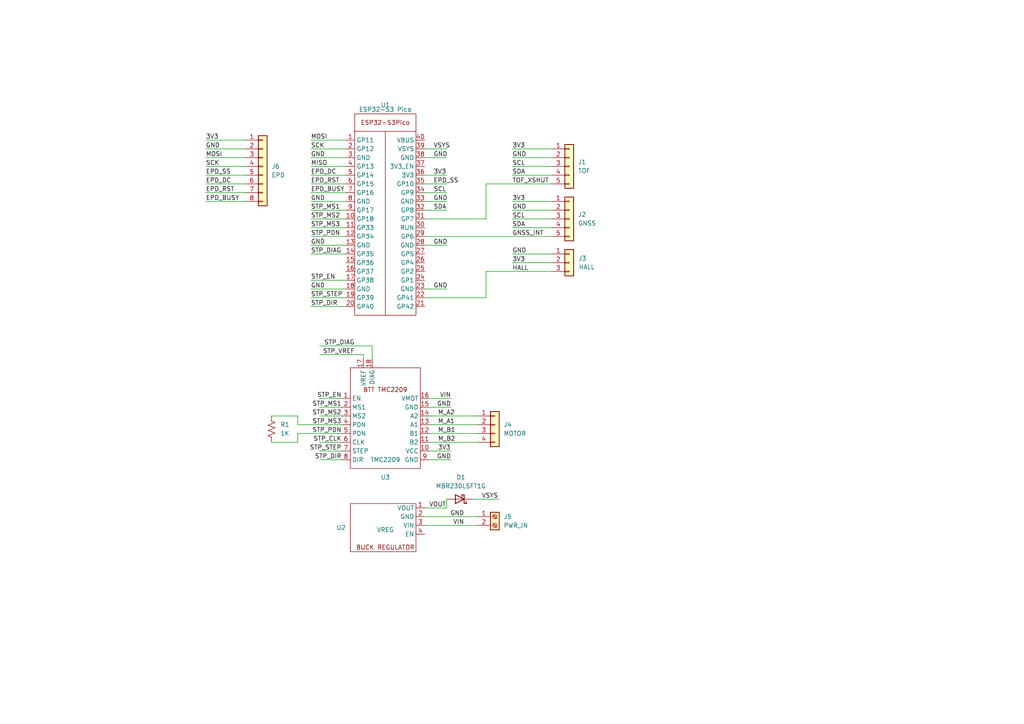
<source format=kicad_sch>
(kicad_sch (version 20230121) (generator eeschema)
  (paper "A4")
  (lib_symbols
    (symbol "Ackbar:BTT_TMC2209"
      (property "Reference" "U" (at 0 0 0))
      (symbol "BTT_TMC2209_0_1"
        (rectangle (start -10.16 2.54) (end 10.16 -26.67))
      )
      (symbol "BTT_TMC2209_1_1"
        (text "BTT TMC2209\n" (at 0 -3.81 0) (effects (font (size 1.27 1.27))))
        (pin input line (at -12.7 -6.35 0) (length 2.54) (name "EN") (number "1"))
        (pin power_in line (at 12.7 -21.59 180) (length 2.54) (name "VCC") (number "10"))
        (pin power_out line (at 12.7 -19.05 180) (length 2.54) (name "B2") (number "11"))
        (pin power_out line (at 12.7 -16.51 180) (length 2.54) (name "B1") (number "12"))
        (pin power_out line (at 12.7 -13.97 180) (length 2.54) (name "A1") (number "13"))
        (pin power_out line (at 12.7 -11.43 180) (length 2.54) (name "A2") (number "14"))
        (pin power_in line (at 12.7 -8.89 180) (length 2.54) (name "GND") (number "15"))
        (pin power_in line (at 12.7 -6.35 180) (length 2.54) (name "VMOT") (number "16"))
        (pin output line (at -6.35 5.08 270) (length 2.54) (name "VREF") (number "17"))
        (pin output line (at -3.81 5.08 270) (length 2.54) (name "DIAG") (number "18"))
        (pin input line (at -12.7 -8.89 0) (length 2.54) (name "MS1") (number "2"))
        (pin input line (at -12.7 -11.43 0) (length 2.54) (name "MS2") (number "3"))
        (pin input line (at -12.7 -13.97 0) (length 2.54) (name "PDN") (number "4"))
        (pin input line (at -12.7 -16.51 0) (length 2.54) (name "PDN") (number "5"))
        (pin input line (at -12.7 -19.05 0) (length 2.54) (name "CLK") (number "6"))
        (pin input line (at -12.7 -21.59 0) (length 2.54) (name "STEP") (number "7"))
        (pin input line (at -12.7 -24.13 0) (length 2.54) (name "DIR") (number "8"))
        (pin power_in line (at 12.7 -24.13 180) (length 2.54) (name "GND") (number "9"))
      )
    )
    (symbol "Ackbar:Buck_Regulator"
      (property "Reference" "U" (at 0 0 0))
      (symbol "Buck_Regulator_0_1"
        (rectangle (start -8.89 6.35) (end 10.16 -7.62))
      )
      (symbol "Buck_Regulator_1_1"
        (text "BUCK REGULATOR" (at 0 5.08 0) (effects (font (size 1.27 1.27))))
        (pin power_out line (at -11.43 -6.35 0) (length 2.54) (name "VOUT") (number "1"))
        (pin power_in line (at -11.43 -3.81 0) (length 2.54) (name "GND") (number "2"))
        (pin power_in line (at -11.43 -1.27 0) (length 2.54) (name "VIN") (number "3"))
        (pin input line (at -11.43 1.27 0) (length 2.54) (name "EN") (number "4"))
      )
    )
    (symbol "Ackbar:Waveshare_ESP32-S3_Pico"
      (property "Reference" "U" (at 0 0 0))
      (symbol "Waveshare_ESP32-S3_Pico_0_1"
        (rectangle (start -8.89 5.08) (end 8.89 -53.34))
        (polyline (pts (xy -8.89 0) (xy 8.89 0)))
        (polyline (pts (xy 0 0) (xy 0 -53.34)))
      )
      (symbol "Waveshare_ESP32-S3_Pico_1_1"
        (text "ESP32-S3Pico" (at 0 2.54 0) (effects (font (size 1.27 1.27))))
        (pin bidirectional line (at -11.43 -2.54 0) (length 2.54) (name "GP11") (number "1"))
        (pin bidirectional line (at -11.43 -25.4 0) (length 2.54) (name "GP18") (number "10"))
        (pin bidirectional line (at -11.43 -27.94 0) (length 2.54) (name "GP33") (number "11"))
        (pin bidirectional line (at -11.43 -30.48 0) (length 2.54) (name "GP34") (number "12"))
        (pin power_in line (at -11.43 -33.02 0) (length 2.54) (name "GND") (number "13"))
        (pin bidirectional line (at -11.43 -35.56 0) (length 2.54) (name "GP35") (number "14"))
        (pin bidirectional line (at -11.43 -38.1 0) (length 2.54) (name "GP36") (number "15"))
        (pin bidirectional line (at -11.43 -40.64 0) (length 2.54) (name "GP37") (number "16"))
        (pin bidirectional line (at -11.43 -43.18 0) (length 2.54) (name "GP38") (number "17"))
        (pin power_in line (at -11.43 -45.72 0) (length 2.54) (name "GND") (number "18"))
        (pin bidirectional line (at -11.43 -48.26 0) (length 2.54) (name "GP39") (number "19"))
        (pin bidirectional line (at -11.43 -5.08 0) (length 2.54) (name "GP12") (number "2"))
        (pin bidirectional line (at -11.43 -50.8 0) (length 2.54) (name "GP40") (number "20"))
        (pin bidirectional line (at 11.43 -50.8 180) (length 2.54) (name "GP42") (number "21"))
        (pin bidirectional line (at 11.43 -48.26 180) (length 2.54) (name "GP41") (number "22"))
        (pin power_in line (at 11.43 -45.72 180) (length 2.54) (name "GND") (number "23"))
        (pin bidirectional line (at 11.43 -43.18 180) (length 2.54) (name "GP1") (number "24"))
        (pin bidirectional line (at 11.43 -40.64 180) (length 2.54) (name "GP2") (number "25"))
        (pin bidirectional line (at 11.43 -38.1 180) (length 2.54) (name "GP4") (number "26"))
        (pin bidirectional line (at 11.43 -35.56 180) (length 2.54) (name "GP5") (number "27"))
        (pin power_in line (at 11.43 -33.02 180) (length 2.54) (name "GND") (number "28"))
        (pin bidirectional line (at 11.43 -30.48 180) (length 2.54) (name "GP6") (number "29"))
        (pin power_in line (at -11.43 -7.62 0) (length 2.54) (name "GND") (number "3"))
        (pin input line (at 11.43 -27.94 180) (length 2.54) (name "RUN") (number "30"))
        (pin bidirectional line (at 11.43 -25.4 180) (length 2.54) (name "GP7") (number "31"))
        (pin bidirectional line (at 11.43 -22.86 180) (length 2.54) (name "GP8") (number "32"))
        (pin power_in line (at 11.43 -20.32 180) (length 2.54) (name "GND") (number "33"))
        (pin bidirectional line (at 11.43 -17.78 180) (length 2.54) (name "GP9") (number "34"))
        (pin bidirectional line (at 11.43 -15.24 180) (length 2.54) (name "GP10") (number "35"))
        (pin power_out line (at 11.43 -12.7 180) (length 2.54) (name "3V3") (number "36"))
        (pin input line (at 11.43 -10.16 180) (length 2.54) (name "3V3_EN") (number "37"))
        (pin power_in line (at 11.43 -7.62 180) (length 2.54) (name "GND") (number "38"))
        (pin power_in line (at 11.43 -5.08 180) (length 2.54) (name "VSYS") (number "39"))
        (pin bidirectional line (at -11.43 -10.16 0) (length 2.54) (name "GP13") (number "4"))
        (pin power_in line (at 11.43 -2.54 180) (length 2.54) (name "VBUS") (number "40"))
        (pin bidirectional line (at -11.43 -12.7 0) (length 2.54) (name "GP14") (number "5"))
        (pin bidirectional line (at -11.43 -15.24 0) (length 2.54) (name "GP15") (number "6"))
        (pin bidirectional line (at -11.43 -17.78 0) (length 2.54) (name "GP16") (number "7"))
        (pin power_in line (at -11.43 -20.32 0) (length 2.54) (name "GND") (number "8"))
        (pin bidirectional line (at -11.43 -22.86 0) (length 2.54) (name "GP17") (number "9"))
      )
    )
    (symbol "Connector:Screw_Terminal_01x02" (pin_names (offset 1.016) hide)
      (property "Reference" "J" (at 0 2.54 0))
      (property "Value" "Screw_Terminal_01x02" (at 0 -5.08 0))
      (symbol "Screw_Terminal_01x02_1_1"
        (rectangle (start -1.27 1.27) (end 1.27 -3.81) (stroke (width 0.254)) (fill (type background)))
        (circle (center 0 -2.54) (radius 0.635) (stroke (width 0.1524)))
        (polyline (pts (xy -0.5334 -2.2098) (xy 0.3302 -3.048)) (stroke (width 0.1524)))
        (polyline (pts (xy -0.5334 0.3302) (xy 0.3302 -0.508)) (stroke (width 0.1524)))
        (polyline (pts (xy -0.3556 -2.032) (xy 0.508 -2.8702)) (stroke (width 0.1524)))
        (polyline (pts (xy -0.3556 0.508) (xy 0.508 -0.3302)) (stroke (width 0.1524)))
        (circle (center 0 0) (radius 0.635) (stroke (width 0.1524)))
        (pin passive line (at -5.08 0 0) (length 3.81) (name "Pin_1") (number "1"))
        (pin passive line (at -5.08 -2.54 0) (length 3.81) (name "Pin_2") (number "2"))
      )
    )
    (symbol "Device:R_US" (pin_numbers hide) (pin_names (offset 0))
      (property "Reference" "R" (at 2.54 0 90))
      (property "Value" "R_US" (at -2.54 0 90))
      (symbol "R_US_0_1"
        (polyline (pts (xy 0 -2.286) (xy 0 -2.54)))
        (polyline (pts (xy 0 2.286) (xy 0 2.54)))
        (polyline (pts (xy 0 -0.762) (xy 1.016 -1.143) (xy 0 -1.524) (xy -1.016 -1.905) (xy 0 -2.286)))
        (polyline (pts (xy 0 0.762) (xy 1.016 0.381) (xy 0 0) (xy -1.016 -0.381) (xy 0 -0.762)))
        (polyline (pts (xy 0 2.286) (xy 1.016 1.905) (xy 0 1.524) (xy -1.016 1.143) (xy 0 0.762)))
      )
      (symbol "R_US_1_1"
        (pin passive line (at 0 3.81 270) (length 1.27) (name "~") (number "1"))
        (pin passive line (at 0 -3.81 90) (length 1.27) (name "~") (number "2"))
      )
    )
    (symbol "Diode:MBR340" (pin_numbers hide) (pin_names (offset 1.016) hide)
      (property "Reference" "D" (at 0 2.54 0))
      (property "Value" "MBR340" (at 0 -2.54 0))
      (symbol "MBR340_0_1"
        (polyline (pts (xy 1.27 0) (xy -1.27 0)))
        (polyline (pts (xy 1.27 1.27) (xy 1.27 -1.27) (xy -1.27 0) (xy 1.27 1.27)) (stroke (width 0.254)))
        (polyline (pts (xy -1.905 0.635) (xy -1.905 1.27) (xy -1.27 1.27) (xy -1.27 -1.27) (xy -0.635 -1.27) (xy -0.635 -0.635)) (stroke (width 0.254)))
      )
      (symbol "MBR340_1_1"
        (pin passive line (at -3.81 0 0) (length 2.54) (name "K") (number "1"))
        (pin passive line (at 3.81 0 180) (length 2.54) (name "A") (number "2"))
      )
    )
    (symbol "SparkFun-Connector:Conn_01x03" (pin_names (offset 1.016) hide)
      (symbol "Conn_01x03_1_1"
        (rectangle (start -1.27 -2.413) (end 0 -2.667) (stroke (width 0.1524)))
        (rectangle (start -1.27 0.127) (end 0 -0.127) (stroke (width 0.1524)))
        (rectangle (start -1.27 2.667) (end 0 2.413) (stroke (width 0.1524)))
        (rectangle (start -1.27 3.81) (end 1.27 -3.81) (stroke (width 0.254)) (fill (type background)))
        (pin passive line (at -5.08 2.54 0) (length 3.81) (name "Pin_1") (number "1"))
        (pin passive line (at -5.08 0 0) (length 3.81) (name "Pin_2") (number "2"))
        (pin passive line (at -5.08 -2.54 0) (length 3.81) (name "Pin_3") (number "3"))
      )
    )
    (symbol "SparkFun-Connector:Conn_01x04" (pin_names (offset 1.016) hide)
      (property "Reference" "J" (at 0 5.08 0))
      (property "Value" "Conn_01x04" (at 0 -7.62 0))
      (symbol "Conn_01x04_1_1"
        (rectangle (start -1.27 -4.953) (end 0 -5.207) (stroke (width 0.1524)))
        (rectangle (start -1.27 -2.413) (end 0 -2.667) (stroke (width 0.1524)))
        (rectangle (start -1.27 0.127) (end 0 -0.127) (stroke (width 0.1524)))
        (rectangle (start -1.27 2.667) (end 0 2.413) (stroke (width 0.1524)))
        (rectangle (start -1.27 3.81) (end 1.27 -6.35) (stroke (width 0.254)) (fill (type background)))
        (pin passive line (at -5.08 2.54 0) (length 3.81) (name "Pin_1") (number "1"))
        (pin passive line (at -5.08 0 0) (length 3.81) (name "Pin_2") (number "2"))
        (pin passive line (at -5.08 -2.54 0) (length 3.81) (name "Pin_3") (number "3"))
        (pin passive line (at -5.08 -5.08 0) (length 3.81) (name "Pin_4") (number "4"))
      )
    )
    (symbol "SparkFun-Connector:Conn_01x05" (pin_names (offset 1.016) hide)
      (property "Reference" "J" (at 0 7.62 0))
      (property "Value" "Conn_01x05" (at 0 -7.62 0))
      (symbol "Conn_01x05_1_1"
        (rectangle (start -1.27 -4.953) (end 0 -5.207) (stroke (width 0.1524)))
        (rectangle (start -1.27 -2.413) (end 0 -2.667) (stroke (width 0.1524)))
        (rectangle (start -1.27 0.127) (end 0 -0.127) (stroke (width 0.1524)))
        (rectangle (start -1.27 2.667) (end 0 2.413) (stroke (width 0.1524)))
        (rectangle (start -1.27 5.207) (end 0 4.953) (stroke (width 0.1524)))
        (rectangle (start -1.27 6.35) (end 1.27 -6.35) (stroke (width 0.254)) (fill (type background)))
        (pin passive line (at -5.08 5.08 0) (length 3.81) (name "Pin_1") (number "1"))
        (pin passive line (at -5.08 2.54 0) (length 3.81) (name "Pin_2") (number "2"))
        (pin passive line (at -5.08 0 0) (length 3.81) (name "Pin_3") (number "3"))
        (pin passive line (at -5.08 -2.54 0) (length 3.81) (name "Pin_4") (number "4"))
        (pin passive line (at -5.08 -5.08 0) (length 3.81) (name "Pin_5") (number "5"))
      )
    )
    (symbol "SparkFun-Connector:Conn_01x08" (pin_names (offset 1.016) hide)
      (property "Reference" "J" (at 0 10.16 0))
      (property "Value" "Conn_01x08" (at 0 -12.7 0))
      (symbol "Conn_01x08_1_1"
        (rectangle (start -1.27 -10.033) (end 0 -10.287) (stroke (width 0.1524)))
        (rectangle (start -1.27 -7.493) (end 0 -7.747) (stroke (width 0.1524)))
        (rectangle (start -1.27 -4.953) (end 0 -5.207) (stroke (width 0.1524)))
        (rectangle (start -1.27 -2.413) (end 0 -2.667) (stroke (width 0.1524)))
        (rectangle (start -1.27 0.127) (end 0 -0.127) (stroke (width 0.1524)))
        (rectangle (start -1.27 2.667) (end 0 2.413) (stroke (width 0.1524)))
        (rectangle (start -1.27 5.207) (end 0 4.953) (stroke (width 0.1524)))
        (rectangle (start -1.27 7.747) (end 0 7.493) (stroke (width 0.1524)))
        (rectangle (start -1.27 8.89) (end 1.27 -11.43) (stroke (width 0.254)) (fill (type background)))
        (pin passive line (at -5.08 7.62 0) (length 3.81) (name "Pin_1") (number "1"))
        (pin passive line (at -5.08 5.08 0) (length 3.81) (name "Pin_2") (number "2"))
        (pin passive line (at -5.08 2.54 0) (length 3.81) (name "Pin_3") (number "3"))
        (pin passive line (at -5.08 0 0) (length 3.81) (name "Pin_4") (number "4"))
        (pin passive line (at -5.08 -2.54 0) (length 3.81) (name "Pin_5") (number "5"))
        (pin passive line (at -5.08 -5.08 0) (length 3.81) (name "Pin_6") (number "6"))
        (pin passive line (at -5.08 -7.62 0) (length 3.81) (name "Pin_7") (number "7"))
        (pin passive line (at -5.08 -10.16 0) (length 3.81) (name "Pin_8") (number "8"))
      )
    )
  )
  (wire (pts (xy 130.81 133.35) (xy 124.46 133.35)))
  (wire (pts (xy 105.41 102.87) (xy 105.41 104.14)))
  (wire (pts (xy 59.69 45.72) (xy 71.12 45.72)))
  (wire (pts (xy 90.17 40.64) (xy 100.33 40.64)))
  (wire (pts (xy 90.17 53.34) (xy 100.33 53.34)))
  (wire (pts (xy 99.06 133.35) (xy 92.71 133.35)))
  (wire (pts (xy 99.06 130.81) (xy 92.71 130.81)))
  (wire (pts (xy 123.19 71.12) (xy 129.54 71.12)))
  (wire (pts (xy 148.59 63.5) (xy 160.02 63.5)))
  (wire (pts (xy 123.19 68.58) (xy 160.02 68.58)))
  (wire (pts (xy 148.59 58.42) (xy 160.02 58.42)))
  (wire (pts (xy 148.59 73.66) (xy 160.02 73.66)))
  (wire (pts (xy 140.97 78.74) (xy 160.02 78.74)))
  (wire (pts (xy 137.16 144.78) (xy 144.78 144.78)))
  (wire (pts (xy 90.17 48.26) (xy 100.33 48.26)))
  (wire (pts (xy 90.17 63.5) (xy 100.33 63.5)))
  (wire (pts (xy 99.06 128.27) (xy 92.71 128.27)))
  (wire (pts (xy 90.17 50.8) (xy 100.33 50.8)))
  (wire (pts (xy 86.36 125.73) (xy 99.06 125.73)))
  (wire (pts (xy 90.17 71.12) (xy 100.33 71.12)))
  (wire (pts (xy 86.36 123.19) (xy 86.36 120.65)))
  (wire (pts (xy 59.69 48.26) (xy 71.12 48.26)))
  (wire (pts (xy 123.19 147.32) (xy 129.54 147.32)))
  (wire (pts (xy 59.69 55.88) (xy 71.12 55.88)))
  (wire (pts (xy 90.17 45.72) (xy 100.33 45.72)))
  (wire (pts (xy 90.17 83.82) (xy 100.33 83.82)))
  (wire (pts (xy 90.17 55.88) (xy 100.33 55.88)))
  (wire (pts (xy 123.19 60.96) (xy 129.54 60.96)))
  (wire (pts (xy 123.19 63.5) (xy 140.97 63.5)))
  (wire (pts (xy 123.19 45.72) (xy 129.54 45.72)))
  (wire (pts (xy 99.06 120.65) (xy 92.71 120.65)))
  (wire (pts (xy 90.17 73.66) (xy 100.33 73.66)))
  (wire (pts (xy 130.81 130.81) (xy 124.46 130.81)))
  (wire (pts (xy 123.19 43.18) (xy 129.54 43.18)))
  (wire (pts (xy 90.17 66.04) (xy 100.33 66.04)))
  (wire (pts (xy 140.97 53.34) (xy 160.02 53.34)))
  (wire (pts (xy 59.69 53.34) (xy 71.12 53.34)))
  (wire (pts (xy 86.36 120.65) (xy 78.74 120.65)))
  (wire (pts (xy 59.69 43.18) (xy 71.12 43.18)))
  (wire (pts (xy 123.19 53.34) (xy 129.54 53.34)))
  (wire (pts (xy 130.81 115.57) (xy 124.46 115.57)))
  (wire (pts (xy 107.95 100.33) (xy 107.95 104.14)))
  (wire (pts (xy 148.59 66.04) (xy 160.02 66.04)))
  (wire (pts (xy 148.59 76.2) (xy 160.02 76.2)))
  (wire (pts (xy 124.46 120.65) (xy 138.43 120.65)))
  (wire (pts (xy 90.17 58.42) (xy 100.33 58.42)))
  (wire (pts (xy 90.17 68.58) (xy 100.33 68.58)))
  (wire (pts (xy 130.81 118.11) (xy 124.46 118.11)))
  (wire (pts (xy 123.19 149.86) (xy 138.43 149.86)))
  (wire (pts (xy 123.19 55.88) (xy 129.54 55.88)))
  (wire (pts (xy 107.95 100.33) (xy 92.71 100.33)))
  (wire (pts (xy 140.97 63.5) (xy 140.97 53.34)))
  (wire (pts (xy 123.19 50.8) (xy 129.54 50.8)))
  (wire (pts (xy 148.59 45.72) (xy 160.02 45.72)))
  (wire (pts (xy 123.19 152.4) (xy 138.43 152.4)))
  (wire (pts (xy 99.06 118.11) (xy 92.71 118.11)))
  (wire (pts (xy 140.97 86.36) (xy 140.97 78.74)))
  (wire (pts (xy 123.19 58.42) (xy 129.54 58.42)))
  (wire (pts (xy 90.17 60.96) (xy 100.33 60.96)))
  (wire (pts (xy 99.06 115.57) (xy 92.71 115.57)))
  (wire (pts (xy 123.19 86.36) (xy 140.97 86.36)))
  (wire (pts (xy 129.54 144.78) (xy 129.54 147.32)))
  (wire (pts (xy 124.46 123.19) (xy 138.43 123.19)))
  (wire (pts (xy 148.59 48.26) (xy 160.02 48.26)))
  (wire (pts (xy 123.19 83.82) (xy 129.54 83.82)))
  (wire (pts (xy 124.46 128.27) (xy 138.43 128.27)))
  (wire (pts (xy 59.69 50.8) (xy 71.12 50.8)))
  (wire (pts (xy 90.17 86.36) (xy 100.33 86.36)))
  (wire (pts (xy 92.71 102.87) (xy 105.41 102.87)))
  (wire (pts (xy 86.36 123.19) (xy 99.06 123.19)))
  (wire (pts (xy 148.59 50.8) (xy 160.02 50.8)))
  (wire (pts (xy 59.69 58.42) (xy 71.12 58.42)))
  (wire (pts (xy 86.36 128.27) (xy 78.74 128.27)))
  (wire (pts (xy 148.59 60.96) (xy 160.02 60.96)))
  (wire (pts (xy 90.17 88.9) (xy 100.33 88.9)))
  (wire (pts (xy 148.59 43.18) (xy 160.02 43.18)))
  (wire (pts (xy 90.17 43.18) (xy 100.33 43.18)))
  (wire (pts (xy 124.46 125.73) (xy 138.43 125.73)))
  (wire (pts (xy 86.36 125.73) (xy 86.36 128.27)))
  (wire (pts (xy 90.17 81.28) (xy 100.33 81.28)))
  (wire (pts (xy 59.69 40.64) (xy 71.12 40.64)))
  (label "M_B1" (at 127 125.73 0))
  (label "GND" (at 59.69 43.18 0))
  (label "GND" (at 90.17 71.12 0))
  (label "SDA" (at 148.59 66.04 0))
  (label "EPD_RST" (at 59.69 55.88 0))
  (label "STP_PDN" (at 99.06 125.73 180))
  (label "SDA" (at 125.73 60.96 0))
  (label "EPD_SS" (at 125.73 53.34 0))
  (label "VOUT" (at 124.46 147.32 0))
  (label "STP_MS1" (at 90.17 60.96 0))
  (label "SCK" (at 59.69 48.26 0))
  (label "STP_MS3" (at 99.06 123.19 180))
  (label "3V3" (at 148.59 58.42 0))
  (label "GND" (at 134.62 149.86 180))
  (label "STP_DIR" (at 99.06 133.35 180))
  (label "STP_PDN" (at 90.17 68.58 0))
  (label "EPD_DC" (at 90.17 50.8 0))
  (label "STP_DIR" (at 90.17 88.9 0))
  (label "3V3" (at 59.69 40.64 0))
  (label "GND" (at 125.73 58.42 0))
  (label "GND" (at 125.73 83.82 0))
  (label "GND" (at 125.73 45.72 0))
  (label "STP_DIAG" (at 90.17 73.66 0))
  (label "GND" (at 148.59 73.66 0))
  (label "EPD_BUSY" (at 59.69 58.42 0))
  (label "HALL" (at 148.59 78.74 0))
  (label "GND" (at 130.81 133.35 180))
  (label "3V3" (at 125.73 50.8 0))
  (label "SCK" (at 90.17 43.18 0))
  (label "M_A2" (at 127 120.65 0))
  (label "VSYS" (at 125.73 43.18 0))
  (label "GND" (at 90.17 45.72 0))
  (label "SDA" (at 148.59 50.8 0))
  (label "STP_VREF" (at 102.87 102.87 180))
  (label "STP_MS3" (at 90.17 66.04 0))
  (label "MISO" (at 90.17 48.26 0))
  (label "EPD_DC" (at 59.69 53.34 0))
  (label "GND" (at 90.17 58.42 0))
  (label "EPD_BUSY" (at 90.17 55.88 0))
  (label "SCL" (at 125.73 55.88 0))
  (label "GND" (at 148.59 45.72 0))
  (label "STP_CLK" (at 99.06 128.27 180))
  (label "GND" (at 125.73 71.12 0))
  (label "STP_EN" (at 99.06 115.57 180))
  (label "GND" (at 90.17 83.82 0))
  (label "STP_STEP" (at 99.06 130.81 180))
  (label "3V3" (at 148.59 76.2 0))
  (label "EPD_SS" (at 59.69 50.8 0))
  (label "STP_MS2" (at 99.06 120.65 180))
  (label "M_A1" (at 127 123.19 0))
  (label "SCL" (at 148.59 48.26 0))
  (label "MOSI" (at 90.17 40.64 0))
  (label "GND" (at 130.81 118.11 180))
  (label "STP_MS1" (at 99.06 118.11 180))
  (label "GNSS_INT" (at 148.59 68.58 0))
  (label "STP_DIAG" (at 102.87 100.33 180))
  (label "VIN" (at 134.62 152.4 180))
  (label "3V3" (at 148.59 43.18 0))
  (label "TOF_XSHUT" (at 148.59 53.34 0))
  (label "STP_STEP" (at 90.17 86.36 0))
  (label "EPD_RST" (at 90.17 53.34 0))
  (label "VSYS" (at 139.7 144.78 0))
  (label "MOSI" (at 59.69 45.72 0))
  (label "3V3" (at 127 130.81 0))
  (label "STP_EN" (at 90.17 81.28 0))
  (label "SCL" (at 148.59 63.5 0))
  (label "VIN" (at 130.81 115.57 180))
  (label "GND" (at 148.59 60.96 0))
  (label "M_B2" (at 127 128.27 0))
  (label "STP_MS2" (at 90.17 63.5 0))
  (symbol (lib_id "Connector:Screw_Terminal_01x02") (at 143.51 149.86 0) (unit 1)
    (property "Reference" "J5" (at 146.05 149.86 0) (effects (justify left)))
    (property "Value" "PWR_IN" (at 146.05 152.4 0) (effects (justify left)))
    (property "Footprint" "TerminalBlock_4Ucon:TerminalBlock_4Ucon_1x02_P3.50mm_Horizontal" (effects hide))
  )
  (symbol (lib_id "SparkFun-Connector:Conn_01x05") (at 165.1 63.5 0) (unit 1)
    (property "Reference" "J2" (at 167.64 62.23 0) (effects (justify left)))
    (property "Value" "GNSS" (at 167.64 64.77 0) (effects (justify left)))
    (property "Footprint" "SparkFun-Connector:1X05" (effects hide))
  )
  (symbol (lib_id "Ackbar:Waveshare_ESP32-S3_Pico") (at 111.76 38.1 0) (unit 1)
    (property "Reference" "U1" (at 111.76 30.48 0))
    (property "Value" "ESP32-S3 Pico" (at 111.76 31.75 0))
    (property "Footprint" "Ackbar:Waveshare ESP32-S3 Pico" (effects hide))
  )
  (symbol (lib_id "Diode:MBR340") (at 133.35 144.78 180) (unit 1)
    (property "Reference" "D1" (at 133.6675 138.43 0))
    (property "Value" "MBR230LSFT1G" (at 133.6675 140.97 0))
    (property "Footprint" "Diode_SMD:D_SOD-123" (effects hide))
    (property "Datasheet" "http://www.onsemi.com/pub_link/Collateral/MBR340-D.PDF" (effects hide))
  )
  (symbol (lib_id "Ackbar:Buck_Regulator") (at 111.76 153.67 180) (unit 1)
    (property "Reference" "U2" (at 100.33 153.035 0) (effects (justify left)))
    (property "Value" "VREG" (at 111.76 153.67 0))
    (property "Footprint" "Ackbar:Buck Regulator" (effects hide))
  )
  (symbol (lib_id "Ackbar:BTT_TMC2209") (at 111.76 109.22 0) (unit 1)
    (property "Reference" "U3" (at 111.76 138.43 0))
    (property "Value" "TMC2209" (at 111.76 133.35 0))
    (property "Footprint" "Ackbar:BTT TMC2209" (effects hide))
  )
  (symbol (lib_id "Device:R_US") (at 78.74 124.46 0) (unit 1)
    (property "Reference" "R1" (at 81.28 123.19 0) (effects (justify left)))
    (property "Value" "1K" (at 81.28 125.73 0) (effects (justify left)))
    (property "Footprint" "Resistor_SMD:R_0805_2012Metric_Pad1.20x1.40mm_HandSolder" (effects hide))
  )
  (symbol (lib_id "SparkFun-Connector:Conn_01x05") (at 165.1 48.26 0) (unit 1)
    (property "Reference" "J1" (at 167.64 46.99 0) (effects (justify left)))
    (property "Value" "TOF" (at 167.64 49.53 0) (effects (justify left)))
    (property "Footprint" "SparkFun-Connector:1X05" (effects hide))
  )
  (symbol (lib_id "SparkFun-Connector:Conn_01x03") (at 165.1 76.2 0) (unit 1)
    (property "Reference" "J3" (at 168.91 74.93 0))
    (property "Value" "HALL" (at 170.18 77.47 0))
    (property "Footprint" "SparkFun-Connector:1X03" (effects hide))
  )
  (symbol (lib_id "SparkFun-Connector:Conn_01x04") (at 143.51 123.19 0) (unit 1)
    (property "Reference" "J4" (at 146.05 123.19 0) (effects (justify left)))
    (property "Value" "MOTOR" (at 146.05 125.73 0) (effects (justify left)))
    (property "Footprint" "SparkFun-Connector:1X04" (effects hide))
  )
  (symbol (lib_id "SparkFun-Connector:Conn_01x08") (at 76.2 48.26 0) (unit 1)
    (property "Reference" "J6" (at 78.74 48.26 0) (effects (justify left)))
    (property "Value" "EPD" (at 78.74 50.8 0) (effects (justify left)))
    (property "Footprint" "SparkFun-Connector:1X08" (effects hide))
  )
)
</source>
